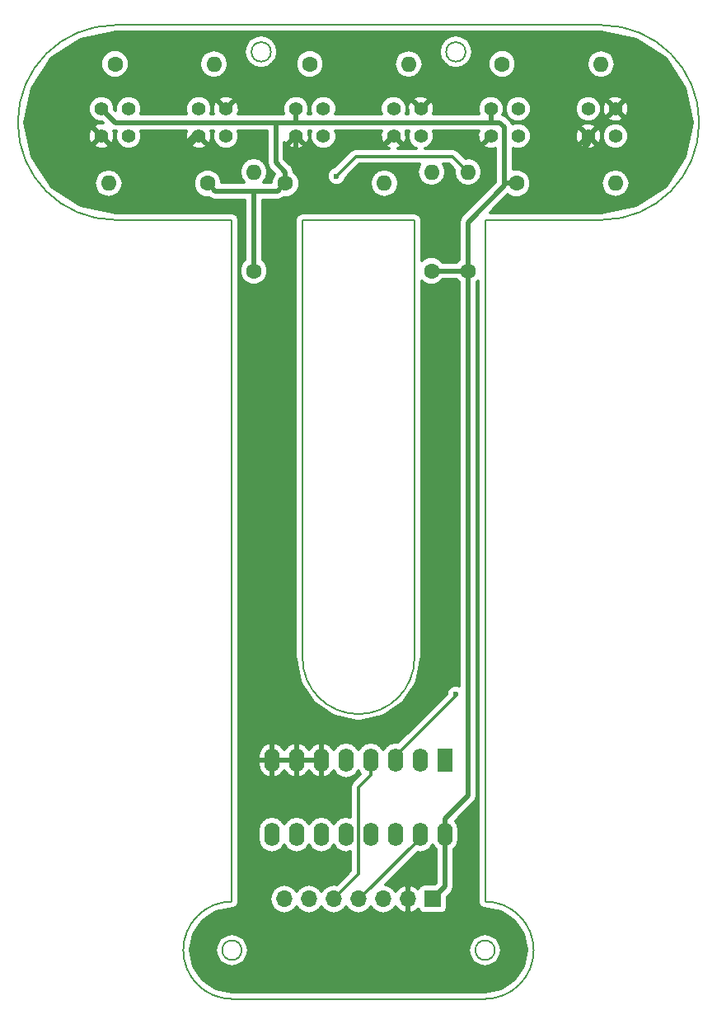
<source format=gtl>
G04 #@! TF.FileFunction,Copper,L1,Top,Signal*
%FSLAX46Y46*%
G04 Gerber Fmt 4.6, Leading zero omitted, Abs format (unit mm)*
G04 Created by KiCad (PCBNEW 4.0.6) date 07/01/17 21:38:31*
%MOMM*%
%LPD*%
G01*
G04 APERTURE LIST*
%ADD10C,0.100000*%
%ADD11C,0.150000*%
%ADD12C,1.600000*%
%ADD13O,1.600000X1.600000*%
%ADD14R,1.600000X2.400000*%
%ADD15O,1.600000X2.400000*%
%ADD16C,1.400000*%
%ADD17R,1.700000X1.700000*%
%ADD18O,1.700000X1.700000*%
%ADD19C,0.600000*%
%ADD20C,0.500000*%
%ADD21C,0.304800*%
G04 APERTURE END LIST*
D10*
D11*
X48000000Y80000000D02*
X48000000Y10000000D01*
X22000000Y80000000D02*
X22000000Y10000000D01*
X60000000Y80000000D02*
X48000000Y80000000D01*
X10000000Y80000000D02*
X22000000Y80000000D01*
X29250000Y80000000D02*
X40750000Y80000000D01*
X29250000Y35000000D02*
G75*
G03X40750000Y35000000I5750000J0D01*
G01*
X40750000Y80000000D02*
X40750000Y35000000D01*
X29250000Y80000000D02*
X29250000Y35000000D01*
X22000000Y10000000D02*
G75*
G03X22000000Y0I0J-5000000D01*
G01*
X48000000Y10000000D02*
G75*
G02X48000000Y0I0J-5000000D01*
G01*
X22000000Y0D02*
X48000000Y0D01*
X49000000Y5000000D02*
G75*
G03X49000000Y5000000I-1000000J0D01*
G01*
X23000000Y5000000D02*
G75*
G03X23000000Y5000000I-1000000J0D01*
G01*
X10000000Y80000000D02*
G75*
G02X10000000Y100000000I0J10000000D01*
G01*
X60000000Y80000000D02*
G75*
G03X60000000Y100000000I0J10000000D01*
G01*
X10000000Y100000000D02*
X60000000Y100000000D01*
X46000000Y97250000D02*
G75*
G03X46000000Y97250000I-1000000J0D01*
G01*
X26000000Y97250000D02*
G75*
G03X26000000Y97250000I-1000000J0D01*
G01*
D12*
X10000000Y96000000D03*
D13*
X20160000Y96000000D03*
D12*
X19500000Y83750000D03*
D13*
X9340000Y83750000D03*
D12*
X24250000Y74750000D03*
D13*
X24250000Y84910000D03*
D12*
X30000000Y96000000D03*
D13*
X40160000Y96000000D03*
D12*
X27500000Y83750000D03*
D13*
X37660000Y83750000D03*
D12*
X42500000Y74750000D03*
D13*
X42500000Y84910000D03*
D12*
X49750000Y96000000D03*
D13*
X59910000Y96000000D03*
D12*
X46250000Y74750000D03*
D13*
X46250000Y84910000D03*
D12*
X51250000Y83750000D03*
D13*
X61410000Y83750000D03*
D14*
X43890000Y24500000D03*
D15*
X26110000Y16880000D03*
X41350000Y24500000D03*
X28650000Y16880000D03*
X38810000Y24500000D03*
X31190000Y16880000D03*
X36270000Y24500000D03*
X33730000Y16880000D03*
X33730000Y24500000D03*
X36270000Y16880000D03*
X31190000Y24500000D03*
X38810000Y16880000D03*
X28650000Y24500000D03*
X41350000Y16880000D03*
X26110000Y24500000D03*
X43890000Y16880000D03*
D16*
X58600000Y91400000D03*
X61400000Y91400000D03*
X58600000Y88600000D03*
X61400000Y88600000D03*
X48600000Y91400000D03*
X51400000Y91400000D03*
X48600000Y88600000D03*
X51400000Y88600000D03*
X38600000Y91400000D03*
X41400000Y91400000D03*
X38600000Y88600000D03*
X41400000Y88600000D03*
X28600000Y91400000D03*
X31400000Y91400000D03*
X28600000Y88600000D03*
X31400000Y88600000D03*
X18600000Y91400000D03*
X21400000Y91400000D03*
X18600000Y88600000D03*
X21400000Y88600000D03*
X8600000Y91400000D03*
X11400000Y91400000D03*
X8600000Y88600000D03*
X11400000Y88600000D03*
D17*
X42620000Y10250000D03*
D18*
X40080000Y10250000D03*
X37540000Y10250000D03*
X35000000Y10250000D03*
X32460000Y10250000D03*
X29920000Y10250000D03*
X27380000Y10250000D03*
D19*
X55650000Y84900000D03*
X55050000Y94500000D03*
X46550000Y82500000D03*
X40950000Y81800000D03*
X33050000Y81800000D03*
X44850000Y93100000D03*
X35050000Y95300000D03*
X25050000Y93000000D03*
X15050000Y95500000D03*
X4750000Y92800000D03*
X14950000Y85500000D03*
X22750000Y80900000D03*
X11850000Y81000000D03*
X23650000Y71300000D03*
X23750000Y54000000D03*
X23750000Y33000000D03*
X24350000Y20800000D03*
X24550000Y12900000D03*
X26650000Y5200000D03*
X35150000Y5100000D03*
X42750000Y5000000D03*
X30950000Y22000000D03*
X33750000Y21900000D03*
X45950000Y18500000D03*
X45850000Y14300000D03*
X32750000Y84500000D03*
X45000000Y31250000D03*
D20*
X43890000Y16880000D02*
X43890000Y11520000D01*
X43890000Y11520000D02*
X42620000Y10250000D01*
X43890000Y16880000D02*
X43890000Y18480000D01*
X43890000Y18480000D02*
X46250000Y20840000D01*
X46250000Y20840000D02*
X46250000Y74750000D01*
X50000000Y89500000D02*
X50000000Y83750000D01*
X50000000Y83750000D02*
X50000000Y83500000D01*
X51250000Y83750000D02*
X50000000Y83750000D01*
X48500000Y90000000D02*
X49500000Y90000000D01*
X49500000Y90000000D02*
X50000000Y89500000D01*
X50000000Y83500000D02*
X46250000Y79750000D01*
X46250000Y79750000D02*
X46250000Y74750000D01*
X42500000Y74750000D02*
X46250000Y74750000D01*
X10000000Y90000000D02*
X26500000Y90000000D01*
X26500000Y90000000D02*
X28750000Y90000000D01*
X27500000Y83750000D02*
X27500000Y84881370D01*
X27500000Y84881370D02*
X26500000Y85881370D01*
X26500000Y85881370D02*
X26500000Y90000000D01*
X20299999Y82950001D02*
X24250000Y82950001D01*
X24250000Y82950001D02*
X26700001Y82950001D01*
X24250000Y74750000D02*
X24250000Y82950001D01*
X19500000Y83750000D02*
X20299999Y82950001D01*
X26700001Y82950001D02*
X27500000Y83750000D01*
X28750000Y90000000D02*
X48500000Y90000000D01*
X28600000Y91400000D02*
X28600000Y90150000D01*
X28600000Y90150000D02*
X28750000Y90000000D01*
X48600000Y90100000D02*
X48500000Y90000000D01*
X48600000Y91400000D02*
X48600000Y90100000D01*
X8600000Y91400000D02*
X10000000Y90000000D01*
X58600000Y88600000D02*
X58600000Y87850000D01*
X58600000Y87850000D02*
X55650000Y84900000D01*
X40950000Y81800000D02*
X45850000Y81800000D01*
X45850000Y81800000D02*
X46550000Y82500000D01*
X28600000Y88600000D02*
X28600000Y86250000D01*
X28600000Y86250000D02*
X33050000Y81800000D01*
X18600000Y88600000D02*
X18050000Y88600000D01*
X18050000Y88600000D02*
X14950000Y85500000D01*
X8600000Y88600000D02*
X11850000Y85350000D01*
X11850000Y85350000D02*
X11850000Y81000000D01*
X23750000Y54000000D02*
X23750000Y71200000D01*
X23750000Y71200000D02*
X23650000Y71300000D01*
X24350000Y20800000D02*
X23750000Y21400000D01*
X23750000Y21400000D02*
X23750000Y33000000D01*
X26650000Y5200000D02*
X24550000Y7300000D01*
X24550000Y7300000D02*
X24550000Y12900000D01*
X42750000Y5000000D02*
X35250000Y5000000D01*
X35250000Y5000000D02*
X35150000Y5100000D01*
X33750000Y21900000D02*
X31050000Y21900000D01*
X31050000Y21900000D02*
X30950000Y22000000D01*
X45850000Y14300000D02*
X45850000Y18400000D01*
X45850000Y18400000D02*
X45950000Y18500000D01*
D21*
X41350000Y16880000D02*
X41350000Y16480000D01*
X41350000Y16480000D02*
X35120000Y10250000D01*
X35120000Y10250000D02*
X35000000Y10250000D01*
X41350000Y16600000D02*
X41350000Y16880000D01*
X35000000Y21725200D02*
X35000000Y12790000D01*
X35000000Y12790000D02*
X32460000Y10250000D01*
X36270000Y24500000D02*
X36270000Y22995200D01*
X36270000Y22995200D02*
X35000000Y21725200D01*
X34750000Y86500000D02*
X44660000Y86500000D01*
X44660000Y86500000D02*
X46250000Y84910000D01*
X32750000Y84500000D02*
X34750000Y86500000D01*
X38810000Y24500000D02*
X38810000Y24900000D01*
X38810000Y24900000D02*
X45000000Y31090000D01*
X45000000Y31090000D02*
X45000000Y31250000D01*
G36*
X63539894Y98546064D02*
X66540874Y96540874D01*
X68546064Y93539893D01*
X69250192Y90000000D01*
X68546064Y86460107D01*
X66540874Y83459126D01*
X63539894Y81453936D01*
X59927572Y80735400D01*
X48522900Y80735400D01*
X50360966Y82573466D01*
X50421670Y82512655D01*
X50958234Y82289854D01*
X51539217Y82289347D01*
X52076169Y82511211D01*
X52487345Y82921670D01*
X52710146Y83458234D01*
X52710400Y83750000D01*
X59920989Y83750000D01*
X60032155Y83191129D01*
X60348730Y82717341D01*
X60822518Y82400766D01*
X61381389Y82289600D01*
X61438611Y82289600D01*
X61997482Y82400766D01*
X62471270Y82717341D01*
X62787845Y83191129D01*
X62899011Y83750000D01*
X62787845Y84308871D01*
X62471270Y84782659D01*
X61997482Y85099234D01*
X61438611Y85210400D01*
X61381389Y85210400D01*
X60822518Y85099234D01*
X60348730Y84782659D01*
X60032155Y84308871D01*
X59920989Y83750000D01*
X52710400Y83750000D01*
X52710653Y84039217D01*
X52488789Y84576169D01*
X52078330Y84987345D01*
X51541766Y85210146D01*
X50960783Y85210653D01*
X50910400Y85189835D01*
X50910400Y87330280D01*
X51128213Y87239836D01*
X51669413Y87239364D01*
X52169598Y87446036D01*
X52391047Y87667099D01*
X57810783Y87667099D01*
X57869098Y87421147D01*
X58375862Y87231178D01*
X58916749Y87249599D01*
X59330902Y87421147D01*
X59389217Y87667099D01*
X58600000Y88456316D01*
X57810783Y87667099D01*
X52391047Y87667099D01*
X52552619Y87828389D01*
X52760164Y88328213D01*
X52760596Y88824138D01*
X57231178Y88824138D01*
X57249599Y88283251D01*
X57421147Y87869098D01*
X57667099Y87810783D01*
X58456316Y88600000D01*
X58743684Y88600000D01*
X59532901Y87810783D01*
X59778853Y87869098D01*
X59951849Y88330587D01*
X60039364Y88330587D01*
X60246036Y87830402D01*
X60628389Y87447381D01*
X61128213Y87239836D01*
X61669413Y87239364D01*
X62169598Y87446036D01*
X62552619Y87828389D01*
X62760164Y88328213D01*
X62760636Y88869413D01*
X62553964Y89369598D01*
X62171611Y89752619D01*
X61671787Y89960164D01*
X61130587Y89960636D01*
X60630402Y89753964D01*
X60247381Y89371611D01*
X60039836Y88871787D01*
X60039364Y88330587D01*
X59951849Y88330587D01*
X59968822Y88375862D01*
X59950401Y88916749D01*
X59778853Y89330902D01*
X59532901Y89389217D01*
X58743684Y88600000D01*
X58456316Y88600000D01*
X57667099Y89389217D01*
X57421147Y89330902D01*
X57231178Y88824138D01*
X52760596Y88824138D01*
X52760636Y88869413D01*
X52553964Y89369598D01*
X52390946Y89532901D01*
X57810783Y89532901D01*
X58600000Y88743684D01*
X59389217Y89532901D01*
X59330902Y89778853D01*
X58824138Y89968822D01*
X58283251Y89950401D01*
X57869098Y89778853D01*
X57810783Y89532901D01*
X52390946Y89532901D01*
X52171611Y89752619D01*
X51671787Y89960164D01*
X51130587Y89960636D01*
X50842455Y89841582D01*
X50841100Y89848395D01*
X50643750Y90143750D01*
X50143750Y90643750D01*
X49848395Y90841100D01*
X49841513Y90842469D01*
X49960164Y91128213D01*
X49960166Y91130587D01*
X50039364Y91130587D01*
X50246036Y90630402D01*
X50628389Y90247381D01*
X51128213Y90039836D01*
X51669413Y90039364D01*
X52169598Y90246036D01*
X52552619Y90628389D01*
X52760164Y91128213D01*
X52760166Y91130587D01*
X57239364Y91130587D01*
X57446036Y90630402D01*
X57828389Y90247381D01*
X58328213Y90039836D01*
X58869413Y90039364D01*
X59369598Y90246036D01*
X59591047Y90467099D01*
X60610783Y90467099D01*
X60669098Y90221147D01*
X61175862Y90031178D01*
X61716749Y90049599D01*
X62130902Y90221147D01*
X62189217Y90467099D01*
X61400000Y91256316D01*
X60610783Y90467099D01*
X59591047Y90467099D01*
X59752619Y90628389D01*
X59960164Y91128213D01*
X59960596Y91624138D01*
X60031178Y91624138D01*
X60049599Y91083251D01*
X60221147Y90669098D01*
X60467099Y90610783D01*
X61256316Y91400000D01*
X61543684Y91400000D01*
X62332901Y90610783D01*
X62578853Y90669098D01*
X62768822Y91175862D01*
X62750401Y91716749D01*
X62578853Y92130902D01*
X62332901Y92189217D01*
X61543684Y91400000D01*
X61256316Y91400000D01*
X60467099Y92189217D01*
X60221147Y92130902D01*
X60031178Y91624138D01*
X59960596Y91624138D01*
X59960636Y91669413D01*
X59753964Y92169598D01*
X59590946Y92332901D01*
X60610783Y92332901D01*
X61400000Y91543684D01*
X62189217Y92332901D01*
X62130902Y92578853D01*
X61624138Y92768822D01*
X61083251Y92750401D01*
X60669098Y92578853D01*
X60610783Y92332901D01*
X59590946Y92332901D01*
X59371611Y92552619D01*
X58871787Y92760164D01*
X58330587Y92760636D01*
X57830402Y92553964D01*
X57447381Y92171611D01*
X57239836Y91671787D01*
X57239364Y91130587D01*
X52760166Y91130587D01*
X52760636Y91669413D01*
X52553964Y92169598D01*
X52171611Y92552619D01*
X51671787Y92760164D01*
X51130587Y92760636D01*
X50630402Y92553964D01*
X50247381Y92171611D01*
X50039836Y91671787D01*
X50039364Y91130587D01*
X49960166Y91130587D01*
X49960636Y91669413D01*
X49753964Y92169598D01*
X49371611Y92552619D01*
X48871787Y92760164D01*
X48330587Y92760636D01*
X47830402Y92553964D01*
X47447381Y92171611D01*
X47239836Y91671787D01*
X47239364Y91130587D01*
X47330343Y90910400D01*
X42669309Y90910400D01*
X42768822Y91175862D01*
X42750401Y91716749D01*
X42578853Y92130902D01*
X42332901Y92189217D01*
X41543684Y91400000D01*
X41557827Y91385857D01*
X41414143Y91242173D01*
X41400000Y91256316D01*
X41385858Y91242173D01*
X41242174Y91385857D01*
X41256316Y91400000D01*
X40467099Y92189217D01*
X40221147Y92130902D01*
X40031178Y91624138D01*
X40049599Y91083251D01*
X40121196Y90910400D01*
X39869720Y90910400D01*
X39960164Y91128213D01*
X39960636Y91669413D01*
X39753964Y92169598D01*
X39590946Y92332901D01*
X40610783Y92332901D01*
X41400000Y91543684D01*
X42189217Y92332901D01*
X42130902Y92578853D01*
X41624138Y92768822D01*
X41083251Y92750401D01*
X40669098Y92578853D01*
X40610783Y92332901D01*
X39590946Y92332901D01*
X39371611Y92552619D01*
X38871787Y92760164D01*
X38330587Y92760636D01*
X37830402Y92553964D01*
X37447381Y92171611D01*
X37239836Y91671787D01*
X37239364Y91130587D01*
X37330343Y90910400D01*
X32669720Y90910400D01*
X32760164Y91128213D01*
X32760636Y91669413D01*
X32553964Y92169598D01*
X32171611Y92552619D01*
X31671787Y92760164D01*
X31130587Y92760636D01*
X30630402Y92553964D01*
X30247381Y92171611D01*
X30039836Y91671787D01*
X30039364Y91130587D01*
X30130343Y90910400D01*
X29869720Y90910400D01*
X29960164Y91128213D01*
X29960636Y91669413D01*
X29753964Y92169598D01*
X29371611Y92552619D01*
X28871787Y92760164D01*
X28330587Y92760636D01*
X27830402Y92553964D01*
X27447381Y92171611D01*
X27239836Y91671787D01*
X27239364Y91130587D01*
X27330343Y90910400D01*
X22669309Y90910400D01*
X22768822Y91175862D01*
X22750401Y91716749D01*
X22578853Y92130902D01*
X22332901Y92189217D01*
X21543684Y91400000D01*
X21557827Y91385857D01*
X21414143Y91242173D01*
X21400000Y91256316D01*
X21385858Y91242173D01*
X21242174Y91385857D01*
X21256316Y91400000D01*
X20467099Y92189217D01*
X20221147Y92130902D01*
X20031178Y91624138D01*
X20049599Y91083251D01*
X20121196Y90910400D01*
X19869720Y90910400D01*
X19960164Y91128213D01*
X19960636Y91669413D01*
X19753964Y92169598D01*
X19590946Y92332901D01*
X20610783Y92332901D01*
X21400000Y91543684D01*
X22189217Y92332901D01*
X22130902Y92578853D01*
X21624138Y92768822D01*
X21083251Y92750401D01*
X20669098Y92578853D01*
X20610783Y92332901D01*
X19590946Y92332901D01*
X19371611Y92552619D01*
X18871787Y92760164D01*
X18330587Y92760636D01*
X17830402Y92553964D01*
X17447381Y92171611D01*
X17239836Y91671787D01*
X17239364Y91130587D01*
X17330343Y90910400D01*
X12669720Y90910400D01*
X12760164Y91128213D01*
X12760636Y91669413D01*
X12553964Y92169598D01*
X12171611Y92552619D01*
X11671787Y92760164D01*
X11130587Y92760636D01*
X10630402Y92553964D01*
X10247381Y92171611D01*
X10039836Y91671787D01*
X10039466Y91248034D01*
X9960338Y91327162D01*
X9960636Y91669413D01*
X9753964Y92169598D01*
X9371611Y92552619D01*
X8871787Y92760164D01*
X8330587Y92760636D01*
X7830402Y92553964D01*
X7447381Y92171611D01*
X7239836Y91671787D01*
X7239364Y91130587D01*
X7446036Y90630402D01*
X7828389Y90247381D01*
X8328213Y90039836D01*
X8672965Y90039535D01*
X8746328Y89966172D01*
X8283251Y89950401D01*
X7869098Y89778853D01*
X7810783Y89532901D01*
X8600000Y88743684D01*
X8614143Y88757826D01*
X8757827Y88614142D01*
X8743684Y88600000D01*
X9532901Y87810783D01*
X9778853Y87869098D01*
X9968822Y88375862D01*
X9950401Y88916749D01*
X9867921Y89115872D01*
X10000000Y89089600D01*
X10130280Y89089600D01*
X10039836Y88871787D01*
X10039364Y88330587D01*
X10246036Y87830402D01*
X10628389Y87447381D01*
X11128213Y87239836D01*
X11669413Y87239364D01*
X12169598Y87446036D01*
X12391047Y87667099D01*
X17810783Y87667099D01*
X17869098Y87421147D01*
X18375862Y87231178D01*
X18916749Y87249599D01*
X19330902Y87421147D01*
X19389217Y87667099D01*
X18600000Y88456316D01*
X17810783Y87667099D01*
X12391047Y87667099D01*
X12552619Y87828389D01*
X12760164Y88328213D01*
X12760636Y88869413D01*
X12669657Y89089600D01*
X17330691Y89089600D01*
X17231178Y88824138D01*
X17249599Y88283251D01*
X17421147Y87869098D01*
X17667099Y87810783D01*
X18456316Y88600000D01*
X18442174Y88614142D01*
X18585858Y88757826D01*
X18600000Y88743684D01*
X18614143Y88757826D01*
X18757827Y88614142D01*
X18743684Y88600000D01*
X19532901Y87810783D01*
X19778853Y87869098D01*
X19968822Y88375862D01*
X19950401Y88916749D01*
X19878804Y89089600D01*
X20130280Y89089600D01*
X20039836Y88871787D01*
X20039364Y88330587D01*
X20246036Y87830402D01*
X20628389Y87447381D01*
X21128213Y87239836D01*
X21669413Y87239364D01*
X22169598Y87446036D01*
X22552619Y87828389D01*
X22760164Y88328213D01*
X22760636Y88869413D01*
X22669657Y89089600D01*
X25589600Y89089600D01*
X25589600Y85881370D01*
X25658900Y85532975D01*
X25856250Y85237620D01*
X26389208Y84704662D01*
X26262655Y84578330D01*
X26039854Y84041766D01*
X26039696Y83860401D01*
X25290457Y83860401D01*
X25599234Y84322518D01*
X25710400Y84881389D01*
X25710400Y84938611D01*
X25599234Y85497482D01*
X25282659Y85971270D01*
X24808871Y86287845D01*
X24250000Y86399011D01*
X23691129Y86287845D01*
X23217341Y85971270D01*
X22900766Y85497482D01*
X22789600Y84938611D01*
X22789600Y84881389D01*
X22900766Y84322518D01*
X23209543Y83860401D01*
X20960497Y83860401D01*
X20960653Y84039217D01*
X20738789Y84576169D01*
X20328330Y84987345D01*
X19791766Y85210146D01*
X19210783Y85210653D01*
X18673831Y84988789D01*
X18262655Y84578330D01*
X18039854Y84041766D01*
X18039347Y83460783D01*
X18261211Y82923831D01*
X18671670Y82512655D01*
X19208234Y82289854D01*
X19681407Y82289441D01*
X19951604Y82108901D01*
X20299999Y82039601D01*
X23339600Y82039601D01*
X23339600Y75904705D01*
X23012655Y75578330D01*
X22789854Y75041766D01*
X22789347Y74460783D01*
X23011211Y73923831D01*
X23421670Y73512655D01*
X23958234Y73289854D01*
X24539217Y73289347D01*
X25076169Y73511211D01*
X25487345Y73921670D01*
X25710146Y74458234D01*
X25710653Y75039217D01*
X25488789Y75576169D01*
X25160400Y75905132D01*
X25160400Y82039601D01*
X26700001Y82039601D01*
X27048396Y82108901D01*
X27319066Y82289757D01*
X27789217Y82289347D01*
X28326169Y82511211D01*
X28737345Y82921670D01*
X28960146Y83458234D01*
X28960653Y84039217D01*
X28738789Y84576169D01*
X28404497Y84911045D01*
X28341100Y85229765D01*
X28143750Y85525120D01*
X27410400Y86258470D01*
X27410400Y87667099D01*
X27810783Y87667099D01*
X27869098Y87421147D01*
X28375862Y87231178D01*
X28916749Y87249599D01*
X29330902Y87421147D01*
X29389217Y87667099D01*
X28600000Y88456316D01*
X27810783Y87667099D01*
X27410400Y87667099D01*
X27410400Y87895044D01*
X27421147Y87869098D01*
X27667099Y87810783D01*
X28456316Y88600000D01*
X28442174Y88614142D01*
X28585858Y88757826D01*
X28600000Y88743684D01*
X28614143Y88757826D01*
X28757827Y88614142D01*
X28743684Y88600000D01*
X29532901Y87810783D01*
X29778853Y87869098D01*
X29968822Y88375862D01*
X29950401Y88916749D01*
X29878804Y89089600D01*
X30130280Y89089600D01*
X30039836Y88871787D01*
X30039364Y88330587D01*
X30246036Y87830402D01*
X30628389Y87447381D01*
X31128213Y87239836D01*
X31669413Y87239364D01*
X32169598Y87446036D01*
X32552619Y87828389D01*
X32760164Y88328213D01*
X32760636Y88869413D01*
X32669657Y89089600D01*
X37330691Y89089600D01*
X37231178Y88824138D01*
X37249599Y88283251D01*
X37421147Y87869098D01*
X37667099Y87810783D01*
X38456316Y88600000D01*
X38442174Y88614142D01*
X38585858Y88757826D01*
X38600000Y88743684D01*
X38614143Y88757826D01*
X38757827Y88614142D01*
X38743684Y88600000D01*
X39532901Y87810783D01*
X39778853Y87869098D01*
X39968822Y88375862D01*
X39950401Y88916749D01*
X39878804Y89089600D01*
X40130280Y89089600D01*
X40039836Y88871787D01*
X40039364Y88330587D01*
X40246036Y87830402D01*
X40628389Y87447381D01*
X40952496Y87312800D01*
X39069330Y87312800D01*
X39330902Y87421147D01*
X39389217Y87667099D01*
X38600000Y88456316D01*
X37810783Y87667099D01*
X37869098Y87421147D01*
X38158126Y87312800D01*
X34750000Y87312800D01*
X34438955Y87250929D01*
X34175264Y87074736D01*
X32561093Y85460565D01*
X32559803Y85460566D01*
X32206688Y85314662D01*
X31936288Y85044733D01*
X31789767Y84691873D01*
X31789434Y84309803D01*
X31935338Y83956688D01*
X32205267Y83686288D01*
X32558127Y83539767D01*
X32940197Y83539434D01*
X33293312Y83685338D01*
X33358086Y83750000D01*
X36170989Y83750000D01*
X36282155Y83191129D01*
X36598730Y82717341D01*
X37072518Y82400766D01*
X37631389Y82289600D01*
X37688611Y82289600D01*
X38247482Y82400766D01*
X38721270Y82717341D01*
X39037845Y83191129D01*
X39149011Y83750000D01*
X39037845Y84308871D01*
X38721270Y84782659D01*
X38247482Y85099234D01*
X37688611Y85210400D01*
X37631389Y85210400D01*
X37072518Y85099234D01*
X36598730Y84782659D01*
X36282155Y84308871D01*
X36170989Y83750000D01*
X33358086Y83750000D01*
X33563712Y83955267D01*
X33710233Y84308127D01*
X33710235Y84310763D01*
X35086672Y85687200D01*
X41277532Y85687200D01*
X41150766Y85497482D01*
X41039600Y84938611D01*
X41039600Y84881389D01*
X41150766Y84322518D01*
X41467341Y83848730D01*
X41941129Y83532155D01*
X42500000Y83420989D01*
X43058871Y83532155D01*
X43532659Y83848730D01*
X43849234Y84322518D01*
X43960400Y84881389D01*
X43960400Y84938611D01*
X43849234Y85497482D01*
X43722468Y85687200D01*
X44323328Y85687200D01*
X44836439Y85174088D01*
X44789600Y84938611D01*
X44789600Y84881389D01*
X44900766Y84322518D01*
X45217341Y83848730D01*
X45691129Y83532155D01*
X46250000Y83420989D01*
X46808871Y83532155D01*
X47282659Y83848730D01*
X47599234Y84322518D01*
X47710400Y84881389D01*
X47710400Y84938611D01*
X47599234Y85497482D01*
X47282659Y85971270D01*
X46808871Y86287845D01*
X46250000Y86399011D01*
X45966794Y86342678D01*
X45234736Y87074736D01*
X44971045Y87250929D01*
X44660000Y87312800D01*
X41847142Y87312800D01*
X42169598Y87446036D01*
X42552619Y87828389D01*
X42760164Y88328213D01*
X42760636Y88869413D01*
X42669657Y89089600D01*
X47330691Y89089600D01*
X47231178Y88824138D01*
X47249599Y88283251D01*
X47421147Y87869098D01*
X47667099Y87810783D01*
X48456316Y88600000D01*
X48442174Y88614142D01*
X48585858Y88757826D01*
X48600000Y88743684D01*
X48614143Y88757826D01*
X48757827Y88614142D01*
X48743684Y88600000D01*
X48757827Y88585857D01*
X48614143Y88442173D01*
X48600000Y88456316D01*
X47810783Y87667099D01*
X47869098Y87421147D01*
X48375862Y87231178D01*
X48916749Y87249599D01*
X49089600Y87321196D01*
X49089600Y83877100D01*
X45606250Y80393750D01*
X45408900Y80098395D01*
X45339600Y79750000D01*
X45339600Y75904705D01*
X45094868Y75660400D01*
X43654705Y75660400D01*
X43328330Y75987345D01*
X42791766Y76210146D01*
X42210783Y76210653D01*
X41673831Y75988789D01*
X41485400Y75800687D01*
X41485400Y80000000D01*
X41429421Y80281425D01*
X41270006Y80520006D01*
X41031425Y80679421D01*
X40750000Y80735400D01*
X29250000Y80735400D01*
X28968575Y80679421D01*
X28729994Y80520006D01*
X28570579Y80281425D01*
X28514600Y80000000D01*
X28514600Y35000000D01*
X28528731Y34928959D01*
X28528731Y34856530D01*
X28966424Y32656101D01*
X28966424Y32656100D01*
X29076230Y32391004D01*
X30322673Y30525570D01*
X30525570Y30322673D01*
X32391003Y29076230D01*
X32656100Y28966424D01*
X34856530Y28528731D01*
X35143470Y28528731D01*
X37343899Y28966424D01*
X37343900Y28966424D01*
X37608996Y29076230D01*
X39474430Y30322673D01*
X39677327Y30525570D01*
X40923770Y32391003D01*
X41033576Y32656100D01*
X41033576Y32656101D01*
X41471269Y34856530D01*
X41471269Y34928959D01*
X41485400Y35000000D01*
X41485400Y73699250D01*
X41671670Y73512655D01*
X42208234Y73289854D01*
X42789217Y73289347D01*
X43326169Y73511211D01*
X43655132Y73839600D01*
X45095295Y73839600D01*
X45339600Y73594868D01*
X45339600Y32148891D01*
X45191873Y32210233D01*
X44809803Y32210566D01*
X44456688Y32064662D01*
X44186288Y31794733D01*
X44039767Y31441873D01*
X44039625Y31279097D01*
X39099742Y26339214D01*
X38810000Y26396847D01*
X38251129Y26285681D01*
X37777341Y25969106D01*
X37540000Y25613900D01*
X37302659Y25969106D01*
X36828871Y26285681D01*
X36270000Y26396847D01*
X35711129Y26285681D01*
X35237341Y25969106D01*
X35000000Y25613900D01*
X34762659Y25969106D01*
X34288871Y26285681D01*
X33730000Y26396847D01*
X33171129Y26285681D01*
X32697341Y25969106D01*
X32456770Y25609066D01*
X32150817Y26004501D01*
X31655005Y26288115D01*
X31518253Y26323032D01*
X31291600Y26191309D01*
X31291600Y24601600D01*
X31311600Y24601600D01*
X31311600Y24398400D01*
X31291600Y24398400D01*
X31291600Y22808691D01*
X31518253Y22676968D01*
X31655005Y22711885D01*
X32150817Y22995499D01*
X32456770Y23390934D01*
X32697341Y23030894D01*
X33171129Y22714319D01*
X33730000Y22603153D01*
X34288871Y22714319D01*
X34762659Y23030894D01*
X35000000Y23386100D01*
X35204849Y23079522D01*
X34425264Y22299936D01*
X34249071Y22036245D01*
X34187200Y21725200D01*
X34187200Y18685905D01*
X33730000Y18776847D01*
X33171129Y18665681D01*
X32697341Y18349106D01*
X32460000Y17993900D01*
X32222659Y18349106D01*
X31748871Y18665681D01*
X31190000Y18776847D01*
X30631129Y18665681D01*
X30157341Y18349106D01*
X29920000Y17993900D01*
X29682659Y18349106D01*
X29208871Y18665681D01*
X28650000Y18776847D01*
X28091129Y18665681D01*
X27617341Y18349106D01*
X27380000Y17993900D01*
X27142659Y18349106D01*
X26668871Y18665681D01*
X26110000Y18776847D01*
X25551129Y18665681D01*
X25077341Y18349106D01*
X24760766Y17875318D01*
X24649600Y17316447D01*
X24649600Y16443553D01*
X24760766Y15884682D01*
X25077341Y15410894D01*
X25551129Y15094319D01*
X26110000Y14983153D01*
X26668871Y15094319D01*
X27142659Y15410894D01*
X27380000Y15766100D01*
X27617341Y15410894D01*
X28091129Y15094319D01*
X28650000Y14983153D01*
X29208871Y15094319D01*
X29682659Y15410894D01*
X29920000Y15766100D01*
X30157341Y15410894D01*
X30631129Y15094319D01*
X31190000Y14983153D01*
X31748871Y15094319D01*
X32222659Y15410894D01*
X32460000Y15766100D01*
X32697341Y15410894D01*
X33171129Y15094319D01*
X33730000Y14983153D01*
X34187200Y15074095D01*
X34187200Y13126673D01*
X32785727Y11725199D01*
X32460000Y11789990D01*
X31881995Y11675018D01*
X31391986Y11347604D01*
X31190000Y11045311D01*
X30988014Y11347604D01*
X30498005Y11675018D01*
X29920000Y11789990D01*
X29341995Y11675018D01*
X28851986Y11347604D01*
X28650000Y11045311D01*
X28448014Y11347604D01*
X27958005Y11675018D01*
X27380000Y11789990D01*
X26801995Y11675018D01*
X26311986Y11347604D01*
X25984572Y10857595D01*
X25869600Y10279590D01*
X25869600Y10220410D01*
X25984572Y9642405D01*
X26311986Y9152396D01*
X26801995Y8824982D01*
X27380000Y8710010D01*
X27958005Y8824982D01*
X28448014Y9152396D01*
X28650000Y9454689D01*
X28851986Y9152396D01*
X29341995Y8824982D01*
X29920000Y8710010D01*
X30498005Y8824982D01*
X30988014Y9152396D01*
X31190000Y9454689D01*
X31391986Y9152396D01*
X31881995Y8824982D01*
X32460000Y8710010D01*
X33038005Y8824982D01*
X33528014Y9152396D01*
X33730000Y9454689D01*
X33931986Y9152396D01*
X34421995Y8824982D01*
X35000000Y8710010D01*
X35578005Y8824982D01*
X36068014Y9152396D01*
X36270000Y9454689D01*
X36471986Y9152396D01*
X36961995Y8824982D01*
X37540000Y8710010D01*
X38118005Y8824982D01*
X38608014Y9152396D01*
X38811764Y9457329D01*
X38848168Y9375973D01*
X39276411Y8971103D01*
X39743907Y8777468D01*
X39978400Y8908542D01*
X39978400Y10148400D01*
X39958400Y10148400D01*
X39958400Y10351600D01*
X39978400Y10351600D01*
X39978400Y11591458D01*
X39743907Y11722532D01*
X39276411Y11528897D01*
X38848168Y11124027D01*
X38811764Y11042671D01*
X38608014Y11347604D01*
X38118005Y11675018D01*
X37764756Y11745283D01*
X41060259Y15040786D01*
X41350000Y14983153D01*
X41908871Y15094319D01*
X42382659Y15410894D01*
X42620000Y15766100D01*
X42857341Y15410894D01*
X42979600Y15329203D01*
X42979600Y11897100D01*
X42855838Y11773338D01*
X41770000Y11773338D01*
X41525270Y11727289D01*
X41300501Y11582654D01*
X41149712Y11361966D01*
X41135321Y11290904D01*
X40883589Y11528897D01*
X40416093Y11722532D01*
X40181600Y11591458D01*
X40181600Y10351600D01*
X40201600Y10351600D01*
X40201600Y10148400D01*
X40181600Y10148400D01*
X40181600Y8908542D01*
X40416093Y8777468D01*
X40883589Y8971103D01*
X41132997Y9206898D01*
X41142711Y9155270D01*
X41287346Y8930501D01*
X41508034Y8779712D01*
X41770000Y8726662D01*
X43470000Y8726662D01*
X43714730Y8772711D01*
X43939499Y8917346D01*
X44090288Y9138034D01*
X44143338Y9400000D01*
X44143338Y10485838D01*
X44533750Y10876250D01*
X44731100Y11171605D01*
X44800400Y11520000D01*
X44800400Y15329203D01*
X44922659Y15410894D01*
X45239234Y15884682D01*
X45350400Y16443553D01*
X45350400Y17316447D01*
X45239234Y17875318D01*
X44972305Y18274805D01*
X46893750Y20196250D01*
X47091100Y20491605D01*
X47160400Y20840000D01*
X47160400Y73595295D01*
X47264600Y73699313D01*
X47264600Y10000000D01*
X47278731Y9928960D01*
X47278731Y9856531D01*
X47306448Y9789617D01*
X47320579Y9718575D01*
X47360821Y9658349D01*
X47388538Y9591434D01*
X47439753Y9540219D01*
X47479994Y9479994D01*
X47540217Y9439754D01*
X47591434Y9388537D01*
X47658353Y9360818D01*
X47718575Y9320579D01*
X47789612Y9306449D01*
X47856531Y9278730D01*
X49626479Y8926666D01*
X51005340Y8005340D01*
X51926666Y6626478D01*
X52250192Y5000000D01*
X51926666Y3373522D01*
X51005340Y1994660D01*
X49626479Y1073334D01*
X47927567Y735400D01*
X22072433Y735400D01*
X20373522Y1073334D01*
X18994660Y1994660D01*
X18073334Y3373521D01*
X17749808Y5000000D01*
X20264600Y5000000D01*
X20396699Y4335891D01*
X20772887Y3772887D01*
X21335891Y3396699D01*
X22000000Y3264600D01*
X22664109Y3396699D01*
X23227113Y3772887D01*
X23603301Y4335891D01*
X23735400Y5000000D01*
X46264600Y5000000D01*
X46396699Y4335891D01*
X46772887Y3772887D01*
X47335891Y3396699D01*
X48000000Y3264600D01*
X48664109Y3396699D01*
X49227113Y3772887D01*
X49603301Y4335891D01*
X49735400Y5000000D01*
X49603301Y5664109D01*
X49227113Y6227113D01*
X48664109Y6603301D01*
X48000000Y6735400D01*
X47335891Y6603301D01*
X46772887Y6227113D01*
X46396699Y5664109D01*
X46264600Y5000000D01*
X23735400Y5000000D01*
X23603301Y5664109D01*
X23227113Y6227113D01*
X22664109Y6603301D01*
X22000000Y6735400D01*
X21335891Y6603301D01*
X20772887Y6227113D01*
X20396699Y5664109D01*
X20264600Y5000000D01*
X17749808Y5000000D01*
X18073334Y6626479D01*
X18994660Y8005340D01*
X20373522Y8926666D01*
X22143469Y9278730D01*
X22210388Y9306449D01*
X22281425Y9320579D01*
X22341647Y9360818D01*
X22408566Y9388537D01*
X22459783Y9439754D01*
X22520006Y9479994D01*
X22560247Y9540219D01*
X22611462Y9591434D01*
X22639179Y9658349D01*
X22679421Y9718575D01*
X22693552Y9789617D01*
X22721269Y9856531D01*
X22721269Y9928960D01*
X22735400Y10000000D01*
X22735400Y24398400D01*
X24649600Y24398400D01*
X24649600Y23998400D01*
X24799647Y23447263D01*
X25149183Y22995499D01*
X25644995Y22711885D01*
X25781747Y22676968D01*
X26008400Y22808691D01*
X26008400Y24398400D01*
X26211600Y24398400D01*
X26211600Y22808691D01*
X26438253Y22676968D01*
X26575005Y22711885D01*
X27070817Y22995499D01*
X27380000Y23395108D01*
X27689183Y22995499D01*
X28184995Y22711885D01*
X28321747Y22676968D01*
X28548400Y22808691D01*
X28548400Y24398400D01*
X28751600Y24398400D01*
X28751600Y22808691D01*
X28978253Y22676968D01*
X29115005Y22711885D01*
X29610817Y22995499D01*
X29920000Y23395108D01*
X30229183Y22995499D01*
X30724995Y22711885D01*
X30861747Y22676968D01*
X31088400Y22808691D01*
X31088400Y24398400D01*
X28751600Y24398400D01*
X28548400Y24398400D01*
X26211600Y24398400D01*
X26008400Y24398400D01*
X24649600Y24398400D01*
X22735400Y24398400D01*
X22735400Y25001600D01*
X24649600Y25001600D01*
X24649600Y24601600D01*
X26008400Y24601600D01*
X26008400Y26191309D01*
X26211600Y26191309D01*
X26211600Y24601600D01*
X28548400Y24601600D01*
X28548400Y26191309D01*
X28751600Y26191309D01*
X28751600Y24601600D01*
X31088400Y24601600D01*
X31088400Y26191309D01*
X30861747Y26323032D01*
X30724995Y26288115D01*
X30229183Y26004501D01*
X29920000Y25604892D01*
X29610817Y26004501D01*
X29115005Y26288115D01*
X28978253Y26323032D01*
X28751600Y26191309D01*
X28548400Y26191309D01*
X28321747Y26323032D01*
X28184995Y26288115D01*
X27689183Y26004501D01*
X27380000Y25604892D01*
X27070817Y26004501D01*
X26575005Y26288115D01*
X26438253Y26323032D01*
X26211600Y26191309D01*
X26008400Y26191309D01*
X25781747Y26323032D01*
X25644995Y26288115D01*
X25149183Y26004501D01*
X24799647Y25552737D01*
X24649600Y25001600D01*
X22735400Y25001600D01*
X22735400Y80000000D01*
X22679421Y80281425D01*
X22520006Y80520006D01*
X22281425Y80679421D01*
X22000000Y80735400D01*
X10072433Y80735400D01*
X6460107Y81453936D01*
X3459126Y83459126D01*
X3264771Y83750000D01*
X7850989Y83750000D01*
X7962155Y83191129D01*
X8278730Y82717341D01*
X8752518Y82400766D01*
X9311389Y82289600D01*
X9368611Y82289600D01*
X9927482Y82400766D01*
X10401270Y82717341D01*
X10717845Y83191129D01*
X10829011Y83750000D01*
X10717845Y84308871D01*
X10401270Y84782659D01*
X9927482Y85099234D01*
X9368611Y85210400D01*
X9311389Y85210400D01*
X8752518Y85099234D01*
X8278730Y84782659D01*
X7962155Y84308871D01*
X7850989Y83750000D01*
X3264771Y83750000D01*
X1453936Y86460106D01*
X1213851Y87667099D01*
X7810783Y87667099D01*
X7869098Y87421147D01*
X8375862Y87231178D01*
X8916749Y87249599D01*
X9330902Y87421147D01*
X9389217Y87667099D01*
X8600000Y88456316D01*
X7810783Y87667099D01*
X1213851Y87667099D01*
X983701Y88824138D01*
X7231178Y88824138D01*
X7249599Y88283251D01*
X7421147Y87869098D01*
X7667099Y87810783D01*
X8456316Y88600000D01*
X7667099Y89389217D01*
X7421147Y89330902D01*
X7231178Y88824138D01*
X983701Y88824138D01*
X749807Y90000000D01*
X1453936Y93539894D01*
X2904477Y95710783D01*
X8539347Y95710783D01*
X8761211Y95173831D01*
X9171670Y94762655D01*
X9708234Y94539854D01*
X10289217Y94539347D01*
X10826169Y94761211D01*
X11237345Y95171670D01*
X11460146Y95708234D01*
X11460400Y96000000D01*
X18670989Y96000000D01*
X18782155Y95441129D01*
X19098730Y94967341D01*
X19572518Y94650766D01*
X20131389Y94539600D01*
X20188611Y94539600D01*
X20747482Y94650766D01*
X21221270Y94967341D01*
X21537845Y95441129D01*
X21649011Y96000000D01*
X21537845Y96558871D01*
X21221270Y97032659D01*
X20895997Y97250000D01*
X23264600Y97250000D01*
X23396699Y96585891D01*
X23772887Y96022887D01*
X24335891Y95646699D01*
X25000000Y95514600D01*
X25664109Y95646699D01*
X25760017Y95710783D01*
X28539347Y95710783D01*
X28761211Y95173831D01*
X29171670Y94762655D01*
X29708234Y94539854D01*
X30289217Y94539347D01*
X30826169Y94761211D01*
X31237345Y95171670D01*
X31460146Y95708234D01*
X31460400Y96000000D01*
X38670989Y96000000D01*
X38782155Y95441129D01*
X39098730Y94967341D01*
X39572518Y94650766D01*
X40131389Y94539600D01*
X40188611Y94539600D01*
X40747482Y94650766D01*
X41221270Y94967341D01*
X41537845Y95441129D01*
X41649011Y96000000D01*
X41537845Y96558871D01*
X41221270Y97032659D01*
X40895997Y97250000D01*
X43264600Y97250000D01*
X43396699Y96585891D01*
X43772887Y96022887D01*
X44335891Y95646699D01*
X45000000Y95514600D01*
X45664109Y95646699D01*
X45760017Y95710783D01*
X48289347Y95710783D01*
X48511211Y95173831D01*
X48921670Y94762655D01*
X49458234Y94539854D01*
X50039217Y94539347D01*
X50576169Y94761211D01*
X50987345Y95171670D01*
X51210146Y95708234D01*
X51210400Y96000000D01*
X58420989Y96000000D01*
X58532155Y95441129D01*
X58848730Y94967341D01*
X59322518Y94650766D01*
X59881389Y94539600D01*
X59938611Y94539600D01*
X60497482Y94650766D01*
X60971270Y94967341D01*
X61287845Y95441129D01*
X61399011Y96000000D01*
X61287845Y96558871D01*
X60971270Y97032659D01*
X60497482Y97349234D01*
X59938611Y97460400D01*
X59881389Y97460400D01*
X59322518Y97349234D01*
X58848730Y97032659D01*
X58532155Y96558871D01*
X58420989Y96000000D01*
X51210400Y96000000D01*
X51210653Y96289217D01*
X50988789Y96826169D01*
X50578330Y97237345D01*
X50041766Y97460146D01*
X49460783Y97460653D01*
X48923831Y97238789D01*
X48512655Y96828330D01*
X48289854Y96291766D01*
X48289347Y95710783D01*
X45760017Y95710783D01*
X46227113Y96022887D01*
X46603301Y96585891D01*
X46735400Y97250000D01*
X46603301Y97914109D01*
X46227113Y98477113D01*
X45664109Y98853301D01*
X45000000Y98985400D01*
X44335891Y98853301D01*
X43772887Y98477113D01*
X43396699Y97914109D01*
X43264600Y97250000D01*
X40895997Y97250000D01*
X40747482Y97349234D01*
X40188611Y97460400D01*
X40131389Y97460400D01*
X39572518Y97349234D01*
X39098730Y97032659D01*
X38782155Y96558871D01*
X38670989Y96000000D01*
X31460400Y96000000D01*
X31460653Y96289217D01*
X31238789Y96826169D01*
X30828330Y97237345D01*
X30291766Y97460146D01*
X29710783Y97460653D01*
X29173831Y97238789D01*
X28762655Y96828330D01*
X28539854Y96291766D01*
X28539347Y95710783D01*
X25760017Y95710783D01*
X26227113Y96022887D01*
X26603301Y96585891D01*
X26735400Y97250000D01*
X26603301Y97914109D01*
X26227113Y98477113D01*
X25664109Y98853301D01*
X25000000Y98985400D01*
X24335891Y98853301D01*
X23772887Y98477113D01*
X23396699Y97914109D01*
X23264600Y97250000D01*
X20895997Y97250000D01*
X20747482Y97349234D01*
X20188611Y97460400D01*
X20131389Y97460400D01*
X19572518Y97349234D01*
X19098730Y97032659D01*
X18782155Y96558871D01*
X18670989Y96000000D01*
X11460400Y96000000D01*
X11460653Y96289217D01*
X11238789Y96826169D01*
X10828330Y97237345D01*
X10291766Y97460146D01*
X9710783Y97460653D01*
X9173831Y97238789D01*
X8762655Y96828330D01*
X8539854Y96291766D01*
X8539347Y95710783D01*
X2904477Y95710783D01*
X3459126Y96540874D01*
X6460107Y98546064D01*
X10072433Y99264600D01*
X59927572Y99264600D01*
X63539894Y98546064D01*
X63539894Y98546064D01*
G37*
X63539894Y98546064D02*
X66540874Y96540874D01*
X68546064Y93539893D01*
X69250192Y90000000D01*
X68546064Y86460107D01*
X66540874Y83459126D01*
X63539894Y81453936D01*
X59927572Y80735400D01*
X48522900Y80735400D01*
X50360966Y82573466D01*
X50421670Y82512655D01*
X50958234Y82289854D01*
X51539217Y82289347D01*
X52076169Y82511211D01*
X52487345Y82921670D01*
X52710146Y83458234D01*
X52710400Y83750000D01*
X59920989Y83750000D01*
X60032155Y83191129D01*
X60348730Y82717341D01*
X60822518Y82400766D01*
X61381389Y82289600D01*
X61438611Y82289600D01*
X61997482Y82400766D01*
X62471270Y82717341D01*
X62787845Y83191129D01*
X62899011Y83750000D01*
X62787845Y84308871D01*
X62471270Y84782659D01*
X61997482Y85099234D01*
X61438611Y85210400D01*
X61381389Y85210400D01*
X60822518Y85099234D01*
X60348730Y84782659D01*
X60032155Y84308871D01*
X59920989Y83750000D01*
X52710400Y83750000D01*
X52710653Y84039217D01*
X52488789Y84576169D01*
X52078330Y84987345D01*
X51541766Y85210146D01*
X50960783Y85210653D01*
X50910400Y85189835D01*
X50910400Y87330280D01*
X51128213Y87239836D01*
X51669413Y87239364D01*
X52169598Y87446036D01*
X52391047Y87667099D01*
X57810783Y87667099D01*
X57869098Y87421147D01*
X58375862Y87231178D01*
X58916749Y87249599D01*
X59330902Y87421147D01*
X59389217Y87667099D01*
X58600000Y88456316D01*
X57810783Y87667099D01*
X52391047Y87667099D01*
X52552619Y87828389D01*
X52760164Y88328213D01*
X52760596Y88824138D01*
X57231178Y88824138D01*
X57249599Y88283251D01*
X57421147Y87869098D01*
X57667099Y87810783D01*
X58456316Y88600000D01*
X58743684Y88600000D01*
X59532901Y87810783D01*
X59778853Y87869098D01*
X59951849Y88330587D01*
X60039364Y88330587D01*
X60246036Y87830402D01*
X60628389Y87447381D01*
X61128213Y87239836D01*
X61669413Y87239364D01*
X62169598Y87446036D01*
X62552619Y87828389D01*
X62760164Y88328213D01*
X62760636Y88869413D01*
X62553964Y89369598D01*
X62171611Y89752619D01*
X61671787Y89960164D01*
X61130587Y89960636D01*
X60630402Y89753964D01*
X60247381Y89371611D01*
X60039836Y88871787D01*
X60039364Y88330587D01*
X59951849Y88330587D01*
X59968822Y88375862D01*
X59950401Y88916749D01*
X59778853Y89330902D01*
X59532901Y89389217D01*
X58743684Y88600000D01*
X58456316Y88600000D01*
X57667099Y89389217D01*
X57421147Y89330902D01*
X57231178Y88824138D01*
X52760596Y88824138D01*
X52760636Y88869413D01*
X52553964Y89369598D01*
X52390946Y89532901D01*
X57810783Y89532901D01*
X58600000Y88743684D01*
X59389217Y89532901D01*
X59330902Y89778853D01*
X58824138Y89968822D01*
X58283251Y89950401D01*
X57869098Y89778853D01*
X57810783Y89532901D01*
X52390946Y89532901D01*
X52171611Y89752619D01*
X51671787Y89960164D01*
X51130587Y89960636D01*
X50842455Y89841582D01*
X50841100Y89848395D01*
X50643750Y90143750D01*
X50143750Y90643750D01*
X49848395Y90841100D01*
X49841513Y90842469D01*
X49960164Y91128213D01*
X49960166Y91130587D01*
X50039364Y91130587D01*
X50246036Y90630402D01*
X50628389Y90247381D01*
X51128213Y90039836D01*
X51669413Y90039364D01*
X52169598Y90246036D01*
X52552619Y90628389D01*
X52760164Y91128213D01*
X52760166Y91130587D01*
X57239364Y91130587D01*
X57446036Y90630402D01*
X57828389Y90247381D01*
X58328213Y90039836D01*
X58869413Y90039364D01*
X59369598Y90246036D01*
X59591047Y90467099D01*
X60610783Y90467099D01*
X60669098Y90221147D01*
X61175862Y90031178D01*
X61716749Y90049599D01*
X62130902Y90221147D01*
X62189217Y90467099D01*
X61400000Y91256316D01*
X60610783Y90467099D01*
X59591047Y90467099D01*
X59752619Y90628389D01*
X59960164Y91128213D01*
X59960596Y91624138D01*
X60031178Y91624138D01*
X60049599Y91083251D01*
X60221147Y90669098D01*
X60467099Y90610783D01*
X61256316Y91400000D01*
X61543684Y91400000D01*
X62332901Y90610783D01*
X62578853Y90669098D01*
X62768822Y91175862D01*
X62750401Y91716749D01*
X62578853Y92130902D01*
X62332901Y92189217D01*
X61543684Y91400000D01*
X61256316Y91400000D01*
X60467099Y92189217D01*
X60221147Y92130902D01*
X60031178Y91624138D01*
X59960596Y91624138D01*
X59960636Y91669413D01*
X59753964Y92169598D01*
X59590946Y92332901D01*
X60610783Y92332901D01*
X61400000Y91543684D01*
X62189217Y92332901D01*
X62130902Y92578853D01*
X61624138Y92768822D01*
X61083251Y92750401D01*
X60669098Y92578853D01*
X60610783Y92332901D01*
X59590946Y92332901D01*
X59371611Y92552619D01*
X58871787Y92760164D01*
X58330587Y92760636D01*
X57830402Y92553964D01*
X57447381Y92171611D01*
X57239836Y91671787D01*
X57239364Y91130587D01*
X52760166Y91130587D01*
X52760636Y91669413D01*
X52553964Y92169598D01*
X52171611Y92552619D01*
X51671787Y92760164D01*
X51130587Y92760636D01*
X50630402Y92553964D01*
X50247381Y92171611D01*
X50039836Y91671787D01*
X50039364Y91130587D01*
X49960166Y91130587D01*
X49960636Y91669413D01*
X49753964Y92169598D01*
X49371611Y92552619D01*
X48871787Y92760164D01*
X48330587Y92760636D01*
X47830402Y92553964D01*
X47447381Y92171611D01*
X47239836Y91671787D01*
X47239364Y91130587D01*
X47330343Y90910400D01*
X42669309Y90910400D01*
X42768822Y91175862D01*
X42750401Y91716749D01*
X42578853Y92130902D01*
X42332901Y92189217D01*
X41543684Y91400000D01*
X41557827Y91385857D01*
X41414143Y91242173D01*
X41400000Y91256316D01*
X41385858Y91242173D01*
X41242174Y91385857D01*
X41256316Y91400000D01*
X40467099Y92189217D01*
X40221147Y92130902D01*
X40031178Y91624138D01*
X40049599Y91083251D01*
X40121196Y90910400D01*
X39869720Y90910400D01*
X39960164Y91128213D01*
X39960636Y91669413D01*
X39753964Y92169598D01*
X39590946Y92332901D01*
X40610783Y92332901D01*
X41400000Y91543684D01*
X42189217Y92332901D01*
X42130902Y92578853D01*
X41624138Y92768822D01*
X41083251Y92750401D01*
X40669098Y92578853D01*
X40610783Y92332901D01*
X39590946Y92332901D01*
X39371611Y92552619D01*
X38871787Y92760164D01*
X38330587Y92760636D01*
X37830402Y92553964D01*
X37447381Y92171611D01*
X37239836Y91671787D01*
X37239364Y91130587D01*
X37330343Y90910400D01*
X32669720Y90910400D01*
X32760164Y91128213D01*
X32760636Y91669413D01*
X32553964Y92169598D01*
X32171611Y92552619D01*
X31671787Y92760164D01*
X31130587Y92760636D01*
X30630402Y92553964D01*
X30247381Y92171611D01*
X30039836Y91671787D01*
X30039364Y91130587D01*
X30130343Y90910400D01*
X29869720Y90910400D01*
X29960164Y91128213D01*
X29960636Y91669413D01*
X29753964Y92169598D01*
X29371611Y92552619D01*
X28871787Y92760164D01*
X28330587Y92760636D01*
X27830402Y92553964D01*
X27447381Y92171611D01*
X27239836Y91671787D01*
X27239364Y91130587D01*
X27330343Y90910400D01*
X22669309Y90910400D01*
X22768822Y91175862D01*
X22750401Y91716749D01*
X22578853Y92130902D01*
X22332901Y92189217D01*
X21543684Y91400000D01*
X21557827Y91385857D01*
X21414143Y91242173D01*
X21400000Y91256316D01*
X21385858Y91242173D01*
X21242174Y91385857D01*
X21256316Y91400000D01*
X20467099Y92189217D01*
X20221147Y92130902D01*
X20031178Y91624138D01*
X20049599Y91083251D01*
X20121196Y90910400D01*
X19869720Y90910400D01*
X19960164Y91128213D01*
X19960636Y91669413D01*
X19753964Y92169598D01*
X19590946Y92332901D01*
X20610783Y92332901D01*
X21400000Y91543684D01*
X22189217Y92332901D01*
X22130902Y92578853D01*
X21624138Y92768822D01*
X21083251Y92750401D01*
X20669098Y92578853D01*
X20610783Y92332901D01*
X19590946Y92332901D01*
X19371611Y92552619D01*
X18871787Y92760164D01*
X18330587Y92760636D01*
X17830402Y92553964D01*
X17447381Y92171611D01*
X17239836Y91671787D01*
X17239364Y91130587D01*
X17330343Y90910400D01*
X12669720Y90910400D01*
X12760164Y91128213D01*
X12760636Y91669413D01*
X12553964Y92169598D01*
X12171611Y92552619D01*
X11671787Y92760164D01*
X11130587Y92760636D01*
X10630402Y92553964D01*
X10247381Y92171611D01*
X10039836Y91671787D01*
X10039466Y91248034D01*
X9960338Y91327162D01*
X9960636Y91669413D01*
X9753964Y92169598D01*
X9371611Y92552619D01*
X8871787Y92760164D01*
X8330587Y92760636D01*
X7830402Y92553964D01*
X7447381Y92171611D01*
X7239836Y91671787D01*
X7239364Y91130587D01*
X7446036Y90630402D01*
X7828389Y90247381D01*
X8328213Y90039836D01*
X8672965Y90039535D01*
X8746328Y89966172D01*
X8283251Y89950401D01*
X7869098Y89778853D01*
X7810783Y89532901D01*
X8600000Y88743684D01*
X8614143Y88757826D01*
X8757827Y88614142D01*
X8743684Y88600000D01*
X9532901Y87810783D01*
X9778853Y87869098D01*
X9968822Y88375862D01*
X9950401Y88916749D01*
X9867921Y89115872D01*
X10000000Y89089600D01*
X10130280Y89089600D01*
X10039836Y88871787D01*
X10039364Y88330587D01*
X10246036Y87830402D01*
X10628389Y87447381D01*
X11128213Y87239836D01*
X11669413Y87239364D01*
X12169598Y87446036D01*
X12391047Y87667099D01*
X17810783Y87667099D01*
X17869098Y87421147D01*
X18375862Y87231178D01*
X18916749Y87249599D01*
X19330902Y87421147D01*
X19389217Y87667099D01*
X18600000Y88456316D01*
X17810783Y87667099D01*
X12391047Y87667099D01*
X12552619Y87828389D01*
X12760164Y88328213D01*
X12760636Y88869413D01*
X12669657Y89089600D01*
X17330691Y89089600D01*
X17231178Y88824138D01*
X17249599Y88283251D01*
X17421147Y87869098D01*
X17667099Y87810783D01*
X18456316Y88600000D01*
X18442174Y88614142D01*
X18585858Y88757826D01*
X18600000Y88743684D01*
X18614143Y88757826D01*
X18757827Y88614142D01*
X18743684Y88600000D01*
X19532901Y87810783D01*
X19778853Y87869098D01*
X19968822Y88375862D01*
X19950401Y88916749D01*
X19878804Y89089600D01*
X20130280Y89089600D01*
X20039836Y88871787D01*
X20039364Y88330587D01*
X20246036Y87830402D01*
X20628389Y87447381D01*
X21128213Y87239836D01*
X21669413Y87239364D01*
X22169598Y87446036D01*
X22552619Y87828389D01*
X22760164Y88328213D01*
X22760636Y88869413D01*
X22669657Y89089600D01*
X25589600Y89089600D01*
X25589600Y85881370D01*
X25658900Y85532975D01*
X25856250Y85237620D01*
X26389208Y84704662D01*
X26262655Y84578330D01*
X26039854Y84041766D01*
X26039696Y83860401D01*
X25290457Y83860401D01*
X25599234Y84322518D01*
X25710400Y84881389D01*
X25710400Y84938611D01*
X25599234Y85497482D01*
X25282659Y85971270D01*
X24808871Y86287845D01*
X24250000Y86399011D01*
X23691129Y86287845D01*
X23217341Y85971270D01*
X22900766Y85497482D01*
X22789600Y84938611D01*
X22789600Y84881389D01*
X22900766Y84322518D01*
X23209543Y83860401D01*
X20960497Y83860401D01*
X20960653Y84039217D01*
X20738789Y84576169D01*
X20328330Y84987345D01*
X19791766Y85210146D01*
X19210783Y85210653D01*
X18673831Y84988789D01*
X18262655Y84578330D01*
X18039854Y84041766D01*
X18039347Y83460783D01*
X18261211Y82923831D01*
X18671670Y82512655D01*
X19208234Y82289854D01*
X19681407Y82289441D01*
X19951604Y82108901D01*
X20299999Y82039601D01*
X23339600Y82039601D01*
X23339600Y75904705D01*
X23012655Y75578330D01*
X22789854Y75041766D01*
X22789347Y74460783D01*
X23011211Y73923831D01*
X23421670Y73512655D01*
X23958234Y73289854D01*
X24539217Y73289347D01*
X25076169Y73511211D01*
X25487345Y73921670D01*
X25710146Y74458234D01*
X25710653Y75039217D01*
X25488789Y75576169D01*
X25160400Y75905132D01*
X25160400Y82039601D01*
X26700001Y82039601D01*
X27048396Y82108901D01*
X27319066Y82289757D01*
X27789217Y82289347D01*
X28326169Y82511211D01*
X28737345Y82921670D01*
X28960146Y83458234D01*
X28960653Y84039217D01*
X28738789Y84576169D01*
X28404497Y84911045D01*
X28341100Y85229765D01*
X28143750Y85525120D01*
X27410400Y86258470D01*
X27410400Y87667099D01*
X27810783Y87667099D01*
X27869098Y87421147D01*
X28375862Y87231178D01*
X28916749Y87249599D01*
X29330902Y87421147D01*
X29389217Y87667099D01*
X28600000Y88456316D01*
X27810783Y87667099D01*
X27410400Y87667099D01*
X27410400Y87895044D01*
X27421147Y87869098D01*
X27667099Y87810783D01*
X28456316Y88600000D01*
X28442174Y88614142D01*
X28585858Y88757826D01*
X28600000Y88743684D01*
X28614143Y88757826D01*
X28757827Y88614142D01*
X28743684Y88600000D01*
X29532901Y87810783D01*
X29778853Y87869098D01*
X29968822Y88375862D01*
X29950401Y88916749D01*
X29878804Y89089600D01*
X30130280Y89089600D01*
X30039836Y88871787D01*
X30039364Y88330587D01*
X30246036Y87830402D01*
X30628389Y87447381D01*
X31128213Y87239836D01*
X31669413Y87239364D01*
X32169598Y87446036D01*
X32552619Y87828389D01*
X32760164Y88328213D01*
X32760636Y88869413D01*
X32669657Y89089600D01*
X37330691Y89089600D01*
X37231178Y88824138D01*
X37249599Y88283251D01*
X37421147Y87869098D01*
X37667099Y87810783D01*
X38456316Y88600000D01*
X38442174Y88614142D01*
X38585858Y88757826D01*
X38600000Y88743684D01*
X38614143Y88757826D01*
X38757827Y88614142D01*
X38743684Y88600000D01*
X39532901Y87810783D01*
X39778853Y87869098D01*
X39968822Y88375862D01*
X39950401Y88916749D01*
X39878804Y89089600D01*
X40130280Y89089600D01*
X40039836Y88871787D01*
X40039364Y88330587D01*
X40246036Y87830402D01*
X40628389Y87447381D01*
X40952496Y87312800D01*
X39069330Y87312800D01*
X39330902Y87421147D01*
X39389217Y87667099D01*
X38600000Y88456316D01*
X37810783Y87667099D01*
X37869098Y87421147D01*
X38158126Y87312800D01*
X34750000Y87312800D01*
X34438955Y87250929D01*
X34175264Y87074736D01*
X32561093Y85460565D01*
X32559803Y85460566D01*
X32206688Y85314662D01*
X31936288Y85044733D01*
X31789767Y84691873D01*
X31789434Y84309803D01*
X31935338Y83956688D01*
X32205267Y83686288D01*
X32558127Y83539767D01*
X32940197Y83539434D01*
X33293312Y83685338D01*
X33358086Y83750000D01*
X36170989Y83750000D01*
X36282155Y83191129D01*
X36598730Y82717341D01*
X37072518Y82400766D01*
X37631389Y82289600D01*
X37688611Y82289600D01*
X38247482Y82400766D01*
X38721270Y82717341D01*
X39037845Y83191129D01*
X39149011Y83750000D01*
X39037845Y84308871D01*
X38721270Y84782659D01*
X38247482Y85099234D01*
X37688611Y85210400D01*
X37631389Y85210400D01*
X37072518Y85099234D01*
X36598730Y84782659D01*
X36282155Y84308871D01*
X36170989Y83750000D01*
X33358086Y83750000D01*
X33563712Y83955267D01*
X33710233Y84308127D01*
X33710235Y84310763D01*
X35086672Y85687200D01*
X41277532Y85687200D01*
X41150766Y85497482D01*
X41039600Y84938611D01*
X41039600Y84881389D01*
X41150766Y84322518D01*
X41467341Y83848730D01*
X41941129Y83532155D01*
X42500000Y83420989D01*
X43058871Y83532155D01*
X43532659Y83848730D01*
X43849234Y84322518D01*
X43960400Y84881389D01*
X43960400Y84938611D01*
X43849234Y85497482D01*
X43722468Y85687200D01*
X44323328Y85687200D01*
X44836439Y85174088D01*
X44789600Y84938611D01*
X44789600Y84881389D01*
X44900766Y84322518D01*
X45217341Y83848730D01*
X45691129Y83532155D01*
X46250000Y83420989D01*
X46808871Y83532155D01*
X47282659Y83848730D01*
X47599234Y84322518D01*
X47710400Y84881389D01*
X47710400Y84938611D01*
X47599234Y85497482D01*
X47282659Y85971270D01*
X46808871Y86287845D01*
X46250000Y86399011D01*
X45966794Y86342678D01*
X45234736Y87074736D01*
X44971045Y87250929D01*
X44660000Y87312800D01*
X41847142Y87312800D01*
X42169598Y87446036D01*
X42552619Y87828389D01*
X42760164Y88328213D01*
X42760636Y88869413D01*
X42669657Y89089600D01*
X47330691Y89089600D01*
X47231178Y88824138D01*
X47249599Y88283251D01*
X47421147Y87869098D01*
X47667099Y87810783D01*
X48456316Y88600000D01*
X48442174Y88614142D01*
X48585858Y88757826D01*
X48600000Y88743684D01*
X48614143Y88757826D01*
X48757827Y88614142D01*
X48743684Y88600000D01*
X48757827Y88585857D01*
X48614143Y88442173D01*
X48600000Y88456316D01*
X47810783Y87667099D01*
X47869098Y87421147D01*
X48375862Y87231178D01*
X48916749Y87249599D01*
X49089600Y87321196D01*
X49089600Y83877100D01*
X45606250Y80393750D01*
X45408900Y80098395D01*
X45339600Y79750000D01*
X45339600Y75904705D01*
X45094868Y75660400D01*
X43654705Y75660400D01*
X43328330Y75987345D01*
X42791766Y76210146D01*
X42210783Y76210653D01*
X41673831Y75988789D01*
X41485400Y75800687D01*
X41485400Y80000000D01*
X41429421Y80281425D01*
X41270006Y80520006D01*
X41031425Y80679421D01*
X40750000Y80735400D01*
X29250000Y80735400D01*
X28968575Y80679421D01*
X28729994Y80520006D01*
X28570579Y80281425D01*
X28514600Y80000000D01*
X28514600Y35000000D01*
X28528731Y34928959D01*
X28528731Y34856530D01*
X28966424Y32656101D01*
X28966424Y32656100D01*
X29076230Y32391004D01*
X30322673Y30525570D01*
X30525570Y30322673D01*
X32391003Y29076230D01*
X32656100Y28966424D01*
X34856530Y28528731D01*
X35143470Y28528731D01*
X37343899Y28966424D01*
X37343900Y28966424D01*
X37608996Y29076230D01*
X39474430Y30322673D01*
X39677327Y30525570D01*
X40923770Y32391003D01*
X41033576Y32656100D01*
X41033576Y32656101D01*
X41471269Y34856530D01*
X41471269Y34928959D01*
X41485400Y35000000D01*
X41485400Y73699250D01*
X41671670Y73512655D01*
X42208234Y73289854D01*
X42789217Y73289347D01*
X43326169Y73511211D01*
X43655132Y73839600D01*
X45095295Y73839600D01*
X45339600Y73594868D01*
X45339600Y32148891D01*
X45191873Y32210233D01*
X44809803Y32210566D01*
X44456688Y32064662D01*
X44186288Y31794733D01*
X44039767Y31441873D01*
X44039625Y31279097D01*
X39099742Y26339214D01*
X38810000Y26396847D01*
X38251129Y26285681D01*
X37777341Y25969106D01*
X37540000Y25613900D01*
X37302659Y25969106D01*
X36828871Y26285681D01*
X36270000Y26396847D01*
X35711129Y26285681D01*
X35237341Y25969106D01*
X35000000Y25613900D01*
X34762659Y25969106D01*
X34288871Y26285681D01*
X33730000Y26396847D01*
X33171129Y26285681D01*
X32697341Y25969106D01*
X32456770Y25609066D01*
X32150817Y26004501D01*
X31655005Y26288115D01*
X31518253Y26323032D01*
X31291600Y26191309D01*
X31291600Y24601600D01*
X31311600Y24601600D01*
X31311600Y24398400D01*
X31291600Y24398400D01*
X31291600Y22808691D01*
X31518253Y22676968D01*
X31655005Y22711885D01*
X32150817Y22995499D01*
X32456770Y23390934D01*
X32697341Y23030894D01*
X33171129Y22714319D01*
X33730000Y22603153D01*
X34288871Y22714319D01*
X34762659Y23030894D01*
X35000000Y23386100D01*
X35204849Y23079522D01*
X34425264Y22299936D01*
X34249071Y22036245D01*
X34187200Y21725200D01*
X34187200Y18685905D01*
X33730000Y18776847D01*
X33171129Y18665681D01*
X32697341Y18349106D01*
X32460000Y17993900D01*
X32222659Y18349106D01*
X31748871Y18665681D01*
X31190000Y18776847D01*
X30631129Y18665681D01*
X30157341Y18349106D01*
X29920000Y17993900D01*
X29682659Y18349106D01*
X29208871Y18665681D01*
X28650000Y18776847D01*
X28091129Y18665681D01*
X27617341Y18349106D01*
X27380000Y17993900D01*
X27142659Y18349106D01*
X26668871Y18665681D01*
X26110000Y18776847D01*
X25551129Y18665681D01*
X25077341Y18349106D01*
X24760766Y17875318D01*
X24649600Y17316447D01*
X24649600Y16443553D01*
X24760766Y15884682D01*
X25077341Y15410894D01*
X25551129Y15094319D01*
X26110000Y14983153D01*
X26668871Y15094319D01*
X27142659Y15410894D01*
X27380000Y15766100D01*
X27617341Y15410894D01*
X28091129Y15094319D01*
X28650000Y14983153D01*
X29208871Y15094319D01*
X29682659Y15410894D01*
X29920000Y15766100D01*
X30157341Y15410894D01*
X30631129Y15094319D01*
X31190000Y14983153D01*
X31748871Y15094319D01*
X32222659Y15410894D01*
X32460000Y15766100D01*
X32697341Y15410894D01*
X33171129Y15094319D01*
X33730000Y14983153D01*
X34187200Y15074095D01*
X34187200Y13126673D01*
X32785727Y11725199D01*
X32460000Y11789990D01*
X31881995Y11675018D01*
X31391986Y11347604D01*
X31190000Y11045311D01*
X30988014Y11347604D01*
X30498005Y11675018D01*
X29920000Y11789990D01*
X29341995Y11675018D01*
X28851986Y11347604D01*
X28650000Y11045311D01*
X28448014Y11347604D01*
X27958005Y11675018D01*
X27380000Y11789990D01*
X26801995Y11675018D01*
X26311986Y11347604D01*
X25984572Y10857595D01*
X25869600Y10279590D01*
X25869600Y10220410D01*
X25984572Y9642405D01*
X26311986Y9152396D01*
X26801995Y8824982D01*
X27380000Y8710010D01*
X27958005Y8824982D01*
X28448014Y9152396D01*
X28650000Y9454689D01*
X28851986Y9152396D01*
X29341995Y8824982D01*
X29920000Y8710010D01*
X30498005Y8824982D01*
X30988014Y9152396D01*
X31190000Y9454689D01*
X31391986Y9152396D01*
X31881995Y8824982D01*
X32460000Y8710010D01*
X33038005Y8824982D01*
X33528014Y9152396D01*
X33730000Y9454689D01*
X33931986Y9152396D01*
X34421995Y8824982D01*
X35000000Y8710010D01*
X35578005Y8824982D01*
X36068014Y9152396D01*
X36270000Y9454689D01*
X36471986Y9152396D01*
X36961995Y8824982D01*
X37540000Y8710010D01*
X38118005Y8824982D01*
X38608014Y9152396D01*
X38811764Y9457329D01*
X38848168Y9375973D01*
X39276411Y8971103D01*
X39743907Y8777468D01*
X39978400Y8908542D01*
X39978400Y10148400D01*
X39958400Y10148400D01*
X39958400Y10351600D01*
X39978400Y10351600D01*
X39978400Y11591458D01*
X39743907Y11722532D01*
X39276411Y11528897D01*
X38848168Y11124027D01*
X38811764Y11042671D01*
X38608014Y11347604D01*
X38118005Y11675018D01*
X37764756Y11745283D01*
X41060259Y15040786D01*
X41350000Y14983153D01*
X41908871Y15094319D01*
X42382659Y15410894D01*
X42620000Y15766100D01*
X42857341Y15410894D01*
X42979600Y15329203D01*
X42979600Y11897100D01*
X42855838Y11773338D01*
X41770000Y11773338D01*
X41525270Y11727289D01*
X41300501Y11582654D01*
X41149712Y11361966D01*
X41135321Y11290904D01*
X40883589Y11528897D01*
X40416093Y11722532D01*
X40181600Y11591458D01*
X40181600Y10351600D01*
X40201600Y10351600D01*
X40201600Y10148400D01*
X40181600Y10148400D01*
X40181600Y8908542D01*
X40416093Y8777468D01*
X40883589Y8971103D01*
X41132997Y9206898D01*
X41142711Y9155270D01*
X41287346Y8930501D01*
X41508034Y8779712D01*
X41770000Y8726662D01*
X43470000Y8726662D01*
X43714730Y8772711D01*
X43939499Y8917346D01*
X44090288Y9138034D01*
X44143338Y9400000D01*
X44143338Y10485838D01*
X44533750Y10876250D01*
X44731100Y11171605D01*
X44800400Y11520000D01*
X44800400Y15329203D01*
X44922659Y15410894D01*
X45239234Y15884682D01*
X45350400Y16443553D01*
X45350400Y17316447D01*
X45239234Y17875318D01*
X44972305Y18274805D01*
X46893750Y20196250D01*
X47091100Y20491605D01*
X47160400Y20840000D01*
X47160400Y73595295D01*
X47264600Y73699313D01*
X47264600Y10000000D01*
X47278731Y9928960D01*
X47278731Y9856531D01*
X47306448Y9789617D01*
X47320579Y9718575D01*
X47360821Y9658349D01*
X47388538Y9591434D01*
X47439753Y9540219D01*
X47479994Y9479994D01*
X47540217Y9439754D01*
X47591434Y9388537D01*
X47658353Y9360818D01*
X47718575Y9320579D01*
X47789612Y9306449D01*
X47856531Y9278730D01*
X49626479Y8926666D01*
X51005340Y8005340D01*
X51926666Y6626478D01*
X52250192Y5000000D01*
X51926666Y3373522D01*
X51005340Y1994660D01*
X49626479Y1073334D01*
X47927567Y735400D01*
X22072433Y735400D01*
X20373522Y1073334D01*
X18994660Y1994660D01*
X18073334Y3373521D01*
X17749808Y5000000D01*
X20264600Y5000000D01*
X20396699Y4335891D01*
X20772887Y3772887D01*
X21335891Y3396699D01*
X22000000Y3264600D01*
X22664109Y3396699D01*
X23227113Y3772887D01*
X23603301Y4335891D01*
X23735400Y5000000D01*
X46264600Y5000000D01*
X46396699Y4335891D01*
X46772887Y3772887D01*
X47335891Y3396699D01*
X48000000Y3264600D01*
X48664109Y3396699D01*
X49227113Y3772887D01*
X49603301Y4335891D01*
X49735400Y5000000D01*
X49603301Y5664109D01*
X49227113Y6227113D01*
X48664109Y6603301D01*
X48000000Y6735400D01*
X47335891Y6603301D01*
X46772887Y6227113D01*
X46396699Y5664109D01*
X46264600Y5000000D01*
X23735400Y5000000D01*
X23603301Y5664109D01*
X23227113Y6227113D01*
X22664109Y6603301D01*
X22000000Y6735400D01*
X21335891Y6603301D01*
X20772887Y6227113D01*
X20396699Y5664109D01*
X20264600Y5000000D01*
X17749808Y5000000D01*
X18073334Y6626479D01*
X18994660Y8005340D01*
X20373522Y8926666D01*
X22143469Y9278730D01*
X22210388Y9306449D01*
X22281425Y9320579D01*
X22341647Y9360818D01*
X22408566Y9388537D01*
X22459783Y9439754D01*
X22520006Y9479994D01*
X22560247Y9540219D01*
X22611462Y9591434D01*
X22639179Y9658349D01*
X22679421Y9718575D01*
X22693552Y9789617D01*
X22721269Y9856531D01*
X22721269Y9928960D01*
X22735400Y10000000D01*
X22735400Y24398400D01*
X24649600Y24398400D01*
X24649600Y23998400D01*
X24799647Y23447263D01*
X25149183Y22995499D01*
X25644995Y22711885D01*
X25781747Y22676968D01*
X26008400Y22808691D01*
X26008400Y24398400D01*
X26211600Y24398400D01*
X26211600Y22808691D01*
X26438253Y22676968D01*
X26575005Y22711885D01*
X27070817Y22995499D01*
X27380000Y23395108D01*
X27689183Y22995499D01*
X28184995Y22711885D01*
X28321747Y22676968D01*
X28548400Y22808691D01*
X28548400Y24398400D01*
X28751600Y24398400D01*
X28751600Y22808691D01*
X28978253Y22676968D01*
X29115005Y22711885D01*
X29610817Y22995499D01*
X29920000Y23395108D01*
X30229183Y22995499D01*
X30724995Y22711885D01*
X30861747Y22676968D01*
X31088400Y22808691D01*
X31088400Y24398400D01*
X28751600Y24398400D01*
X28548400Y24398400D01*
X26211600Y24398400D01*
X26008400Y24398400D01*
X24649600Y24398400D01*
X22735400Y24398400D01*
X22735400Y25001600D01*
X24649600Y25001600D01*
X24649600Y24601600D01*
X26008400Y24601600D01*
X26008400Y26191309D01*
X26211600Y26191309D01*
X26211600Y24601600D01*
X28548400Y24601600D01*
X28548400Y26191309D01*
X28751600Y26191309D01*
X28751600Y24601600D01*
X31088400Y24601600D01*
X31088400Y26191309D01*
X30861747Y26323032D01*
X30724995Y26288115D01*
X30229183Y26004501D01*
X29920000Y25604892D01*
X29610817Y26004501D01*
X29115005Y26288115D01*
X28978253Y26323032D01*
X28751600Y26191309D01*
X28548400Y26191309D01*
X28321747Y26323032D01*
X28184995Y26288115D01*
X27689183Y26004501D01*
X27380000Y25604892D01*
X27070817Y26004501D01*
X26575005Y26288115D01*
X26438253Y26323032D01*
X26211600Y26191309D01*
X26008400Y26191309D01*
X25781747Y26323032D01*
X25644995Y26288115D01*
X25149183Y26004501D01*
X24799647Y25552737D01*
X24649600Y25001600D01*
X22735400Y25001600D01*
X22735400Y80000000D01*
X22679421Y80281425D01*
X22520006Y80520006D01*
X22281425Y80679421D01*
X22000000Y80735400D01*
X10072433Y80735400D01*
X6460107Y81453936D01*
X3459126Y83459126D01*
X3264771Y83750000D01*
X7850989Y83750000D01*
X7962155Y83191129D01*
X8278730Y82717341D01*
X8752518Y82400766D01*
X9311389Y82289600D01*
X9368611Y82289600D01*
X9927482Y82400766D01*
X10401270Y82717341D01*
X10717845Y83191129D01*
X10829011Y83750000D01*
X10717845Y84308871D01*
X10401270Y84782659D01*
X9927482Y85099234D01*
X9368611Y85210400D01*
X9311389Y85210400D01*
X8752518Y85099234D01*
X8278730Y84782659D01*
X7962155Y84308871D01*
X7850989Y83750000D01*
X3264771Y83750000D01*
X1453936Y86460106D01*
X1213851Y87667099D01*
X7810783Y87667099D01*
X7869098Y87421147D01*
X8375862Y87231178D01*
X8916749Y87249599D01*
X9330902Y87421147D01*
X9389217Y87667099D01*
X8600000Y88456316D01*
X7810783Y87667099D01*
X1213851Y87667099D01*
X983701Y88824138D01*
X7231178Y88824138D01*
X7249599Y88283251D01*
X7421147Y87869098D01*
X7667099Y87810783D01*
X8456316Y88600000D01*
X7667099Y89389217D01*
X7421147Y89330902D01*
X7231178Y88824138D01*
X983701Y88824138D01*
X749807Y90000000D01*
X1453936Y93539894D01*
X2904477Y95710783D01*
X8539347Y95710783D01*
X8761211Y95173831D01*
X9171670Y94762655D01*
X9708234Y94539854D01*
X10289217Y94539347D01*
X10826169Y94761211D01*
X11237345Y95171670D01*
X11460146Y95708234D01*
X11460400Y96000000D01*
X18670989Y96000000D01*
X18782155Y95441129D01*
X19098730Y94967341D01*
X19572518Y94650766D01*
X20131389Y94539600D01*
X20188611Y94539600D01*
X20747482Y94650766D01*
X21221270Y94967341D01*
X21537845Y95441129D01*
X21649011Y96000000D01*
X21537845Y96558871D01*
X21221270Y97032659D01*
X20895997Y97250000D01*
X23264600Y97250000D01*
X23396699Y96585891D01*
X23772887Y96022887D01*
X24335891Y95646699D01*
X25000000Y95514600D01*
X25664109Y95646699D01*
X25760017Y95710783D01*
X28539347Y95710783D01*
X28761211Y95173831D01*
X29171670Y94762655D01*
X29708234Y94539854D01*
X30289217Y94539347D01*
X30826169Y94761211D01*
X31237345Y95171670D01*
X31460146Y95708234D01*
X31460400Y96000000D01*
X38670989Y96000000D01*
X38782155Y95441129D01*
X39098730Y94967341D01*
X39572518Y94650766D01*
X40131389Y94539600D01*
X40188611Y94539600D01*
X40747482Y94650766D01*
X41221270Y94967341D01*
X41537845Y95441129D01*
X41649011Y96000000D01*
X41537845Y96558871D01*
X41221270Y97032659D01*
X40895997Y97250000D01*
X43264600Y97250000D01*
X43396699Y96585891D01*
X43772887Y96022887D01*
X44335891Y95646699D01*
X45000000Y95514600D01*
X45664109Y95646699D01*
X45760017Y95710783D01*
X48289347Y95710783D01*
X48511211Y95173831D01*
X48921670Y94762655D01*
X49458234Y94539854D01*
X50039217Y94539347D01*
X50576169Y94761211D01*
X50987345Y95171670D01*
X51210146Y95708234D01*
X51210400Y96000000D01*
X58420989Y96000000D01*
X58532155Y95441129D01*
X58848730Y94967341D01*
X59322518Y94650766D01*
X59881389Y94539600D01*
X59938611Y94539600D01*
X60497482Y94650766D01*
X60971270Y94967341D01*
X61287845Y95441129D01*
X61399011Y96000000D01*
X61287845Y96558871D01*
X60971270Y97032659D01*
X60497482Y97349234D01*
X59938611Y97460400D01*
X59881389Y97460400D01*
X59322518Y97349234D01*
X58848730Y97032659D01*
X58532155Y96558871D01*
X58420989Y96000000D01*
X51210400Y96000000D01*
X51210653Y96289217D01*
X50988789Y96826169D01*
X50578330Y97237345D01*
X50041766Y97460146D01*
X49460783Y97460653D01*
X48923831Y97238789D01*
X48512655Y96828330D01*
X48289854Y96291766D01*
X48289347Y95710783D01*
X45760017Y95710783D01*
X46227113Y96022887D01*
X46603301Y96585891D01*
X46735400Y97250000D01*
X46603301Y97914109D01*
X46227113Y98477113D01*
X45664109Y98853301D01*
X45000000Y98985400D01*
X44335891Y98853301D01*
X43772887Y98477113D01*
X43396699Y97914109D01*
X43264600Y97250000D01*
X40895997Y97250000D01*
X40747482Y97349234D01*
X40188611Y97460400D01*
X40131389Y97460400D01*
X39572518Y97349234D01*
X39098730Y97032659D01*
X38782155Y96558871D01*
X38670989Y96000000D01*
X31460400Y96000000D01*
X31460653Y96289217D01*
X31238789Y96826169D01*
X30828330Y97237345D01*
X30291766Y97460146D01*
X29710783Y97460653D01*
X29173831Y97238789D01*
X28762655Y96828330D01*
X28539854Y96291766D01*
X28539347Y95710783D01*
X25760017Y95710783D01*
X26227113Y96022887D01*
X26603301Y96585891D01*
X26735400Y97250000D01*
X26603301Y97914109D01*
X26227113Y98477113D01*
X25664109Y98853301D01*
X25000000Y98985400D01*
X24335891Y98853301D01*
X23772887Y98477113D01*
X23396699Y97914109D01*
X23264600Y97250000D01*
X20895997Y97250000D01*
X20747482Y97349234D01*
X20188611Y97460400D01*
X20131389Y97460400D01*
X19572518Y97349234D01*
X19098730Y97032659D01*
X18782155Y96558871D01*
X18670989Y96000000D01*
X11460400Y96000000D01*
X11460653Y96289217D01*
X11238789Y96826169D01*
X10828330Y97237345D01*
X10291766Y97460146D01*
X9710783Y97460653D01*
X9173831Y97238789D01*
X8762655Y96828330D01*
X8539854Y96291766D01*
X8539347Y95710783D01*
X2904477Y95710783D01*
X3459126Y96540874D01*
X6460107Y98546064D01*
X10072433Y99264600D01*
X59927572Y99264600D01*
X63539894Y98546064D01*
M02*

</source>
